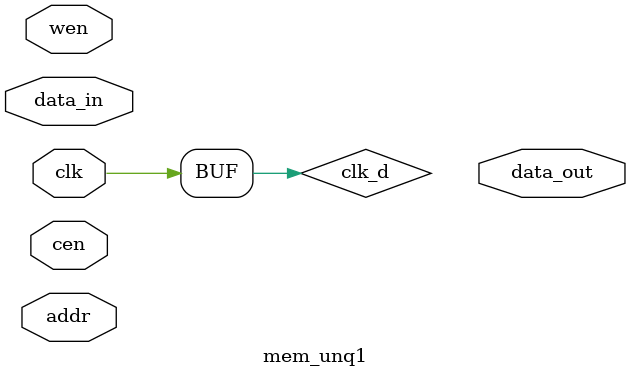
<source format=v>


module mem_unq1 (
data_out, data_in,clk,cen,wen,addr
);

output [15:0] data_out;
input [15:0] data_in;
input clk;
input cen;
input wen;
input [8:0] addr;

wire clk_d;

assign #0.1 clk_d = clk;

// sram_512w_16b mem_inst(
// .Q(data_out), 
// .CLK(clk),
// .CEN(~cen), 
// .WEN(~wen), 
// .A(addr), 
// .D(data_in), 
// .EMA(3'd0), 
// .EMAW(2'd0), 
// .EMAS(1'b0), 
// .TEN(1'b1),
// .BEN(1'b1),
// .RET1N(1'b1),
// .STOV(1'b0));

endmodule

</source>
